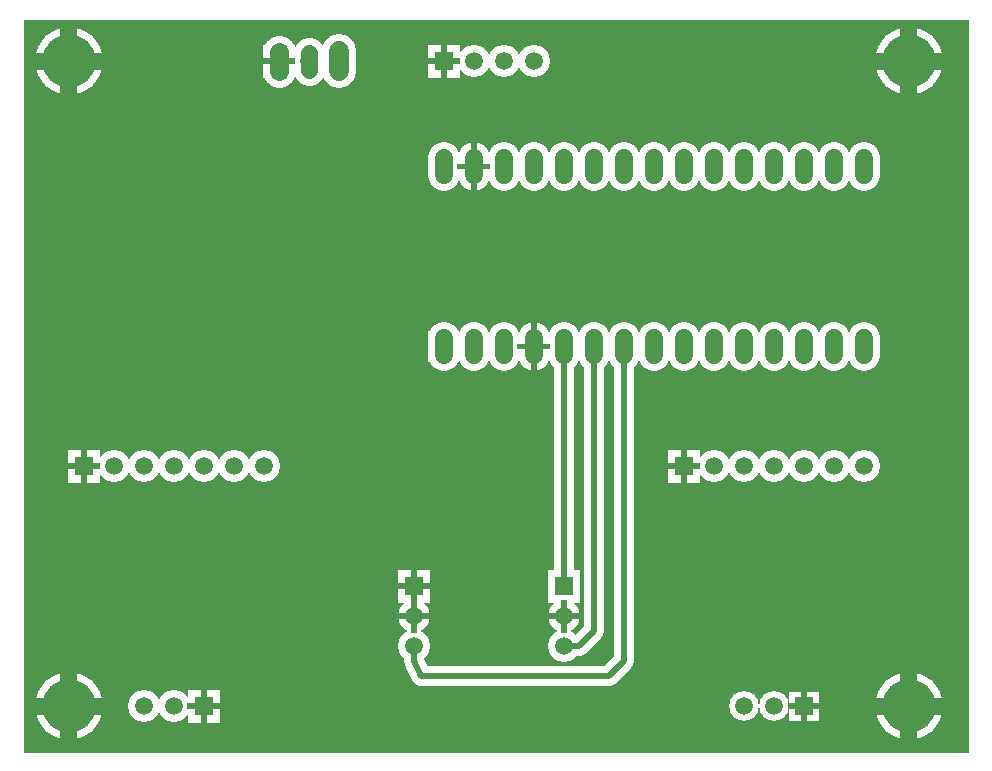
<source format=gbr>
%FSLAX34Y34*%
%MOMM*%
%LNCOPPER_BOTTOM*%
G71*
G01*
%ADD10C, 2.720*%
%ADD11C, 2.520*%
%ADD12C, 2.600*%
%ADD13C, 2.700*%
%ADD14C, 1.700*%
%ADD15C, 2.900*%
%ADD16C, 2.600*%
%ADD17C, 2.800*%
%ADD18C, 5.700*%
%ADD19C, 0.507*%
%ADD20C, 0.500*%
%ADD21C, 1.500*%
%ADD22C, 1.520*%
%ADD23C, 1.400*%
%ADD24C, 1.400*%
%ADD25C, 1.600*%
%ADD26C, 4.500*%
%LPD*%
G36*
X0Y1000000D02*
X800000Y1000000D01*
X800000Y380000D01*
X0Y380000D01*
X0Y1000000D01*
G37*
%LPC*%
G36*
X342000Y978800D02*
X369200Y978800D01*
X369200Y951600D01*
X342000Y951600D01*
X342000Y978800D01*
G37*
X381000Y965200D02*
G54D10*
D03*
X406400Y965200D02*
G54D10*
D03*
X431800Y965200D02*
G54D10*
D03*
G36*
X37200Y635900D02*
X64400Y635900D01*
X64400Y608700D01*
X37200Y608700D01*
X37200Y635900D01*
G37*
X76200Y622300D02*
G54D10*
D03*
X101600Y622300D02*
G54D10*
D03*
X127000Y622300D02*
G54D10*
D03*
X152400Y622300D02*
G54D10*
D03*
X177800Y622300D02*
G54D10*
D03*
X203200Y622300D02*
G54D10*
D03*
G36*
X545200Y635900D02*
X572400Y635900D01*
X572400Y608700D01*
X545200Y608700D01*
X545200Y635900D01*
G37*
X584200Y622300D02*
G54D10*
D03*
X609600Y622300D02*
G54D10*
D03*
X635000Y622300D02*
G54D10*
D03*
X660400Y622300D02*
G54D10*
D03*
X685800Y622300D02*
G54D10*
D03*
X711200Y622300D02*
G54D10*
D03*
G36*
X673000Y406500D02*
X647800Y406500D01*
X647800Y431700D01*
X673000Y431700D01*
X673000Y406500D01*
G37*
X635000Y419100D02*
G54D11*
D03*
X609600Y419100D02*
G54D11*
D03*
G36*
X166000Y405500D02*
X138800Y405500D01*
X138800Y432700D01*
X166000Y432700D01*
X166000Y405500D01*
G37*
X127000Y419100D02*
G54D10*
D03*
X101600Y419100D02*
G54D10*
D03*
G36*
X342600Y736900D02*
X368600Y736900D01*
X368600Y710900D01*
X342600Y710900D01*
X342600Y736900D01*
G37*
X381000Y723900D02*
G54D12*
D03*
X406400Y723900D02*
G54D12*
D03*
X431800Y723900D02*
G54D12*
D03*
X457200Y723900D02*
G54D12*
D03*
X482600Y723900D02*
G54D12*
D03*
X508000Y723900D02*
G54D12*
D03*
X533400Y723900D02*
G54D12*
D03*
X558800Y723900D02*
G54D12*
D03*
X584200Y723900D02*
G54D12*
D03*
X609600Y723900D02*
G54D12*
D03*
X635000Y723900D02*
G54D12*
D03*
X660400Y723900D02*
G54D12*
D03*
X685800Y723900D02*
G54D12*
D03*
X711200Y723900D02*
G54D12*
D03*
X711200Y876300D02*
G54D12*
D03*
X685800Y876300D02*
G54D12*
D03*
X660400Y876300D02*
G54D12*
D03*
X635000Y876300D02*
G54D12*
D03*
X609600Y876300D02*
G54D12*
D03*
X584200Y876300D02*
G54D12*
D03*
X558800Y876300D02*
G54D12*
D03*
X533400Y876300D02*
G54D12*
D03*
X508000Y876300D02*
G54D12*
D03*
X482600Y876300D02*
G54D12*
D03*
X457200Y876300D02*
G54D12*
D03*
X431800Y876300D02*
G54D12*
D03*
X406400Y876300D02*
G54D12*
D03*
X381000Y876300D02*
G54D12*
D03*
X355600Y876300D02*
G54D12*
D03*
G54D13*
X355600Y883800D02*
X355600Y868800D01*
G54D13*
X381000Y883800D02*
X381000Y868800D01*
G54D13*
X406400Y883800D02*
X406400Y868800D01*
G54D13*
X431800Y883800D02*
X431800Y868800D01*
G54D13*
X457200Y883800D02*
X457200Y868800D01*
G54D13*
X482600Y883800D02*
X482600Y868800D01*
G54D13*
X508000Y883800D02*
X508000Y868800D01*
G54D13*
X533400Y883800D02*
X533400Y868800D01*
G54D13*
X558800Y883800D02*
X558800Y868800D01*
G54D13*
X584200Y883800D02*
X584200Y868800D01*
G54D13*
X609600Y883800D02*
X609600Y868800D01*
G54D13*
X635000Y883800D02*
X635000Y868800D01*
G54D13*
X660400Y883800D02*
X660400Y868800D01*
G54D13*
X685800Y883800D02*
X685800Y868800D01*
G54D13*
X711200Y883800D02*
X711200Y868800D01*
G54D13*
X711200Y731400D02*
X711200Y716400D01*
G54D13*
X685800Y731400D02*
X685800Y716400D01*
G54D13*
X660400Y731400D02*
X660400Y716400D01*
G54D13*
X635000Y731400D02*
X635000Y716400D01*
G54D13*
X609600Y731400D02*
X609600Y716400D01*
G54D13*
X584200Y731400D02*
X584200Y716400D01*
G54D13*
X558800Y731400D02*
X558800Y716400D01*
G54D13*
X533400Y731400D02*
X533400Y716400D01*
G54D13*
X508000Y731400D02*
X508000Y716400D01*
G54D13*
X482600Y731400D02*
X482600Y716400D01*
G54D13*
X457200Y731400D02*
X457200Y716400D01*
G54D13*
X431800Y731400D02*
X431800Y716400D01*
G54D13*
X406400Y731400D02*
X406400Y716400D01*
G54D13*
X381000Y731400D02*
X381000Y716400D01*
G54D13*
X355600Y731400D02*
X355600Y716400D01*
G36*
X343800Y534300D02*
X343800Y507100D01*
X316600Y507100D01*
X316600Y534300D01*
X343800Y534300D01*
G37*
X330200Y495300D02*
G54D10*
D03*
X330200Y469900D02*
G54D10*
D03*
G36*
X470800Y534300D02*
X470800Y507100D01*
X443600Y507100D01*
X443600Y534300D01*
X470800Y534300D01*
G37*
X457200Y495300D02*
G54D10*
D03*
X457200Y469900D02*
G54D10*
D03*
G54D14*
X457200Y723900D02*
X457200Y520700D01*
X457200Y520700D01*
G54D14*
X457200Y469900D02*
X469900Y469900D01*
X482600Y482600D01*
X482600Y723900D01*
G54D14*
X330200Y469900D02*
X330200Y457200D01*
X336550Y444500D01*
X495300Y444500D01*
X508000Y457200D01*
X508000Y723900D01*
G36*
X202300Y978800D02*
X229500Y978800D01*
X229500Y951600D01*
X202300Y951600D01*
X202300Y978800D01*
G37*
X241300Y965200D02*
G54D10*
D03*
X266700Y965200D02*
G54D10*
D03*
G54D15*
X266700Y973700D02*
X266700Y956700D01*
G54D16*
X241300Y972200D02*
X241300Y958200D01*
G54D17*
X215900Y973200D02*
X215900Y957200D01*
X38100Y419100D02*
G54D18*
D03*
X749300Y419100D02*
G54D18*
D03*
X749300Y965200D02*
G54D18*
D03*
X38100Y965200D02*
G54D18*
D03*
%LPD*%
G54D19*
G36*
X353067Y965200D02*
X353067Y979300D01*
X358133Y979300D01*
X358133Y965200D01*
X353067Y965200D01*
G37*
G36*
X355600Y967733D02*
X369700Y967733D01*
X369700Y962667D01*
X355600Y962667D01*
X355600Y967733D01*
G37*
G36*
X358133Y965200D02*
X358133Y951100D01*
X353067Y951100D01*
X353067Y965200D01*
X358133Y965200D01*
G37*
G36*
X355600Y962667D02*
X341500Y962667D01*
X341500Y967733D01*
X355600Y967733D01*
X355600Y962667D01*
G37*
G54D19*
G36*
X48267Y622300D02*
X48267Y636400D01*
X53333Y636400D01*
X53333Y622300D01*
X48267Y622300D01*
G37*
G36*
X50800Y624833D02*
X64900Y624833D01*
X64900Y619767D01*
X50800Y619767D01*
X50800Y624833D01*
G37*
G36*
X53333Y622300D02*
X53333Y608200D01*
X48267Y608200D01*
X48267Y622300D01*
X53333Y622300D01*
G37*
G36*
X50800Y619767D02*
X36700Y619767D01*
X36700Y624833D01*
X50800Y624833D01*
X50800Y619767D01*
G37*
G54D19*
G36*
X556267Y622300D02*
X556267Y636400D01*
X561333Y636400D01*
X561333Y622300D01*
X556267Y622300D01*
G37*
G36*
X558800Y624833D02*
X572900Y624833D01*
X572900Y619767D01*
X558800Y619767D01*
X558800Y624833D01*
G37*
G36*
X561333Y622300D02*
X561333Y608200D01*
X556267Y608200D01*
X556267Y622300D01*
X561333Y622300D01*
G37*
G36*
X558800Y619767D02*
X544700Y619767D01*
X544700Y624833D01*
X558800Y624833D01*
X558800Y619767D01*
G37*
G54D19*
G36*
X662933Y419100D02*
X662933Y406000D01*
X657867Y406000D01*
X657867Y419100D01*
X662933Y419100D01*
G37*
G36*
X660400Y416567D02*
X647300Y416567D01*
X647300Y421633D01*
X660400Y421633D01*
X660400Y416567D01*
G37*
G36*
X657867Y419100D02*
X657867Y432200D01*
X662933Y432200D01*
X662933Y419100D01*
X657867Y419100D01*
G37*
G36*
X660400Y421633D02*
X673500Y421633D01*
X673500Y416567D01*
X660400Y416567D01*
X660400Y421633D01*
G37*
G54D19*
G36*
X154933Y419100D02*
X154933Y405000D01*
X149867Y405000D01*
X149867Y419100D01*
X154933Y419100D01*
G37*
G36*
X152400Y416567D02*
X138300Y416567D01*
X138300Y421633D01*
X152400Y421633D01*
X152400Y416567D01*
G37*
G36*
X149867Y419100D02*
X149867Y433200D01*
X154933Y433200D01*
X154933Y419100D01*
X149867Y419100D01*
G37*
G36*
X152400Y421633D02*
X166500Y421633D01*
X166500Y416567D01*
X152400Y416567D01*
X152400Y421633D01*
G37*
G54D20*
G36*
X378500Y876300D02*
X378500Y897800D01*
X383500Y897800D01*
X383500Y876300D01*
X378500Y876300D01*
G37*
G36*
X381000Y878800D02*
X395000Y878800D01*
X395000Y873800D01*
X381000Y873800D01*
X381000Y878800D01*
G37*
G36*
X383500Y876300D02*
X383500Y854800D01*
X378500Y854800D01*
X378500Y876300D01*
X383500Y876300D01*
G37*
G36*
X381000Y873800D02*
X367000Y873800D01*
X367000Y878800D01*
X381000Y878800D01*
X381000Y873800D01*
G37*
G54D20*
G36*
X429300Y723900D02*
X429300Y745400D01*
X434300Y745400D01*
X434300Y723900D01*
X429300Y723900D01*
G37*
G36*
X431800Y726400D02*
X445800Y726400D01*
X445800Y721400D01*
X431800Y721400D01*
X431800Y726400D01*
G37*
G36*
X434300Y723900D02*
X434300Y702400D01*
X429300Y702400D01*
X429300Y723900D01*
X434300Y723900D01*
G37*
G36*
X431800Y721400D02*
X417800Y721400D01*
X417800Y726400D01*
X431800Y726400D01*
X431800Y721400D01*
G37*
G54D19*
G36*
X330200Y523233D02*
X344300Y523233D01*
X344300Y518167D01*
X330200Y518167D01*
X330200Y523233D01*
G37*
G36*
X332733Y520700D02*
X332733Y506600D01*
X327667Y506600D01*
X327667Y520700D01*
X332733Y520700D01*
G37*
G36*
X330200Y518167D02*
X316100Y518167D01*
X316100Y523233D01*
X330200Y523233D01*
X330200Y518167D01*
G37*
G36*
X327667Y520700D02*
X327667Y534800D01*
X332733Y534800D01*
X332733Y520700D01*
X327667Y520700D01*
G37*
G54D19*
G36*
X330200Y497833D02*
X344300Y497833D01*
X344300Y492767D01*
X330200Y492767D01*
X330200Y497833D01*
G37*
G36*
X332733Y495300D02*
X332733Y481200D01*
X327667Y481200D01*
X327667Y495300D01*
X332733Y495300D01*
G37*
G36*
X330200Y492767D02*
X316100Y492767D01*
X316100Y497833D01*
X330200Y497833D01*
X330200Y492767D01*
G37*
G36*
X327667Y495300D02*
X327667Y509400D01*
X332733Y509400D01*
X332733Y495300D01*
X327667Y495300D01*
G37*
G54D19*
G36*
X457200Y497833D02*
X471300Y497833D01*
X471300Y492767D01*
X457200Y492767D01*
X457200Y497833D01*
G37*
G36*
X459733Y495300D02*
X459733Y481200D01*
X454667Y481200D01*
X454667Y495300D01*
X459733Y495300D01*
G37*
G36*
X457200Y492767D02*
X443100Y492767D01*
X443100Y497833D01*
X457200Y497833D01*
X457200Y492767D01*
G37*
G36*
X454667Y495300D02*
X454667Y509400D01*
X459733Y509400D01*
X459733Y495300D01*
X454667Y495300D01*
G37*
G54D19*
G36*
X213367Y965200D02*
X213367Y979300D01*
X218433Y979300D01*
X218433Y965200D01*
X213367Y965200D01*
G37*
G36*
X215900Y967733D02*
X230000Y967733D01*
X230000Y962667D01*
X215900Y962667D01*
X215900Y967733D01*
G37*
G36*
X218433Y965200D02*
X218433Y951100D01*
X213367Y951100D01*
X213367Y965200D01*
X218433Y965200D01*
G37*
G36*
X215900Y962667D02*
X201800Y962667D01*
X201800Y967733D01*
X215900Y967733D01*
X215900Y962667D01*
G37*
G54D21*
G36*
X30600Y419100D02*
X30600Y448100D01*
X45600Y448100D01*
X45600Y419100D01*
X30600Y419100D01*
G37*
G36*
X38100Y426600D02*
X67100Y426600D01*
X67100Y411600D01*
X38100Y411600D01*
X38100Y426600D01*
G37*
G36*
X45600Y419100D02*
X45600Y390100D01*
X30600Y390100D01*
X30600Y419100D01*
X45600Y419100D01*
G37*
G36*
X38100Y411600D02*
X9100Y411600D01*
X9100Y426600D01*
X38100Y426600D01*
X38100Y411600D01*
G37*
G54D21*
G36*
X741800Y419100D02*
X741800Y448100D01*
X756800Y448100D01*
X756800Y419100D01*
X741800Y419100D01*
G37*
G36*
X749300Y426600D02*
X778300Y426600D01*
X778300Y411600D01*
X749300Y411600D01*
X749300Y426600D01*
G37*
G36*
X756800Y419100D02*
X756800Y390100D01*
X741800Y390100D01*
X741800Y419100D01*
X756800Y419100D01*
G37*
G36*
X749300Y411600D02*
X720300Y411600D01*
X720300Y426600D01*
X749300Y426600D01*
X749300Y411600D01*
G37*
G54D21*
G36*
X741800Y965200D02*
X741800Y994200D01*
X756800Y994200D01*
X756800Y965200D01*
X741800Y965200D01*
G37*
G36*
X749300Y972700D02*
X778300Y972700D01*
X778300Y957700D01*
X749300Y957700D01*
X749300Y972700D01*
G37*
G36*
X756800Y965200D02*
X756800Y936200D01*
X741800Y936200D01*
X741800Y965200D01*
X756800Y965200D01*
G37*
G36*
X749300Y957700D02*
X720300Y957700D01*
X720300Y972700D01*
X749300Y972700D01*
X749300Y957700D01*
G37*
G54D21*
G36*
X30600Y965200D02*
X30600Y994200D01*
X45600Y994200D01*
X45600Y965200D01*
X30600Y965200D01*
G37*
G36*
X38100Y972700D02*
X67100Y972700D01*
X67100Y957700D01*
X38100Y957700D01*
X38100Y972700D01*
G37*
G36*
X45600Y965200D02*
X45600Y936200D01*
X30600Y936200D01*
X30600Y965200D01*
X45600Y965200D01*
G37*
G36*
X38100Y957700D02*
X9100Y957700D01*
X9100Y972700D01*
X38100Y972700D01*
X38100Y957700D01*
G37*
G36*
X348000Y972800D02*
X363200Y972800D01*
X363200Y957600D01*
X348000Y957600D01*
X348000Y972800D01*
G37*
X381000Y965200D02*
G54D22*
D03*
X406400Y965200D02*
G54D22*
D03*
X431800Y965200D02*
G54D22*
D03*
G36*
X43200Y629900D02*
X58400Y629900D01*
X58400Y614700D01*
X43200Y614700D01*
X43200Y629900D01*
G37*
X76200Y622300D02*
G54D22*
D03*
X101600Y622300D02*
G54D22*
D03*
X127000Y622300D02*
G54D22*
D03*
X152400Y622300D02*
G54D22*
D03*
X177800Y622300D02*
G54D22*
D03*
X203200Y622300D02*
G54D22*
D03*
G36*
X551200Y629900D02*
X566400Y629900D01*
X566400Y614700D01*
X551200Y614700D01*
X551200Y629900D01*
G37*
X584200Y622300D02*
G54D22*
D03*
X609600Y622300D02*
G54D22*
D03*
X635000Y622300D02*
G54D22*
D03*
X660400Y622300D02*
G54D22*
D03*
X685800Y622300D02*
G54D22*
D03*
X711200Y622300D02*
G54D22*
D03*
G36*
X668000Y411500D02*
X652800Y411500D01*
X652800Y426700D01*
X668000Y426700D01*
X668000Y411500D01*
G37*
X635000Y419100D02*
G54D22*
D03*
X609600Y419100D02*
G54D22*
D03*
G36*
X160000Y411500D02*
X144800Y411500D01*
X144800Y426700D01*
X160000Y426700D01*
X160000Y411500D01*
G37*
X127000Y419100D02*
G54D22*
D03*
X101600Y419100D02*
G54D22*
D03*
G36*
X348600Y730900D02*
X362600Y730900D01*
X362600Y716900D01*
X348600Y716900D01*
X348600Y730900D01*
G37*
X381000Y723900D02*
G54D23*
D03*
X406400Y723900D02*
G54D23*
D03*
X431800Y723900D02*
G54D23*
D03*
X457200Y723900D02*
G54D23*
D03*
X482600Y723900D02*
G54D23*
D03*
X508000Y723900D02*
G54D23*
D03*
X533400Y723900D02*
G54D23*
D03*
X558800Y723900D02*
G54D23*
D03*
X584200Y723900D02*
G54D23*
D03*
X609600Y723900D02*
G54D23*
D03*
X635000Y723900D02*
G54D23*
D03*
X660400Y723900D02*
G54D23*
D03*
X685800Y723900D02*
G54D23*
D03*
X711200Y723900D02*
G54D23*
D03*
X711200Y876300D02*
G54D23*
D03*
X685800Y876300D02*
G54D23*
D03*
X660400Y876300D02*
G54D23*
D03*
X635000Y876300D02*
G54D23*
D03*
X609600Y876300D02*
G54D23*
D03*
X584200Y876300D02*
G54D23*
D03*
X558800Y876300D02*
G54D23*
D03*
X533400Y876300D02*
G54D23*
D03*
X508000Y876300D02*
G54D23*
D03*
X482600Y876300D02*
G54D23*
D03*
X457200Y876300D02*
G54D23*
D03*
X431800Y876300D02*
G54D23*
D03*
X406400Y876300D02*
G54D23*
D03*
X381000Y876300D02*
G54D23*
D03*
X355600Y876300D02*
G54D23*
D03*
G54D21*
X355600Y883800D02*
X355600Y868800D01*
G54D21*
X381000Y883800D02*
X381000Y868800D01*
G54D21*
X406400Y883800D02*
X406400Y868800D01*
G54D21*
X431800Y883800D02*
X431800Y868800D01*
G54D21*
X457200Y883800D02*
X457200Y868800D01*
G54D21*
X482600Y883800D02*
X482600Y868800D01*
G54D21*
X508000Y883800D02*
X508000Y868800D01*
G54D21*
X533400Y883800D02*
X533400Y868800D01*
G54D21*
X558800Y883800D02*
X558800Y868800D01*
G54D21*
X584200Y883800D02*
X584200Y868800D01*
G54D21*
X609600Y883800D02*
X609600Y868800D01*
G54D21*
X635000Y883800D02*
X635000Y868800D01*
G54D21*
X660400Y883800D02*
X660400Y868800D01*
G54D21*
X685800Y883800D02*
X685800Y868800D01*
G54D21*
X711200Y883800D02*
X711200Y868800D01*
G54D21*
X711200Y731400D02*
X711200Y716400D01*
G54D21*
X685800Y731400D02*
X685800Y716400D01*
G54D21*
X660400Y731400D02*
X660400Y716400D01*
G54D21*
X635000Y731400D02*
X635000Y716400D01*
G54D21*
X609600Y731400D02*
X609600Y716400D01*
G54D21*
X584200Y731400D02*
X584200Y716400D01*
G54D21*
X558800Y731400D02*
X558800Y716400D01*
G54D21*
X533400Y731400D02*
X533400Y716400D01*
G54D21*
X508000Y731400D02*
X508000Y716400D01*
G54D21*
X482600Y731400D02*
X482600Y716400D01*
G54D21*
X457200Y731400D02*
X457200Y716400D01*
G54D21*
X431800Y731400D02*
X431800Y716400D01*
G54D21*
X406400Y731400D02*
X406400Y716400D01*
G54D21*
X381000Y731400D02*
X381000Y716400D01*
G54D21*
X355600Y731400D02*
X355600Y716400D01*
G36*
X337800Y528300D02*
X337800Y513100D01*
X322600Y513100D01*
X322600Y528300D01*
X337800Y528300D01*
G37*
X330200Y495300D02*
G54D22*
D03*
X330200Y469900D02*
G54D22*
D03*
G36*
X464800Y528300D02*
X464800Y513100D01*
X449600Y513100D01*
X449600Y528300D01*
X464800Y528300D01*
G37*
X457200Y495300D02*
G54D22*
D03*
X457200Y469900D02*
G54D22*
D03*
G54D20*
X457200Y723900D02*
X457200Y520700D01*
X457200Y520700D01*
G54D20*
X457200Y469900D02*
X469900Y469900D01*
X482600Y482600D01*
X482600Y723900D01*
G54D20*
X330200Y469900D02*
X330200Y457200D01*
X336550Y444500D01*
X495300Y444500D01*
X508000Y457200D01*
X508000Y723900D01*
G36*
X208300Y972800D02*
X223500Y972800D01*
X223500Y957600D01*
X208300Y957600D01*
X208300Y972800D01*
G37*
X241300Y965200D02*
G54D22*
D03*
X266700Y965200D02*
G54D22*
D03*
G54D14*
X266700Y973700D02*
X266700Y956700D01*
G54D24*
X241300Y972200D02*
X241300Y958200D01*
G54D25*
X215900Y973200D02*
X215900Y957200D01*
X38100Y419100D02*
G54D26*
D03*
X749300Y419100D02*
G54D26*
D03*
X749300Y965200D02*
G54D26*
D03*
X38100Y965200D02*
G54D26*
D03*
M02*

</source>
